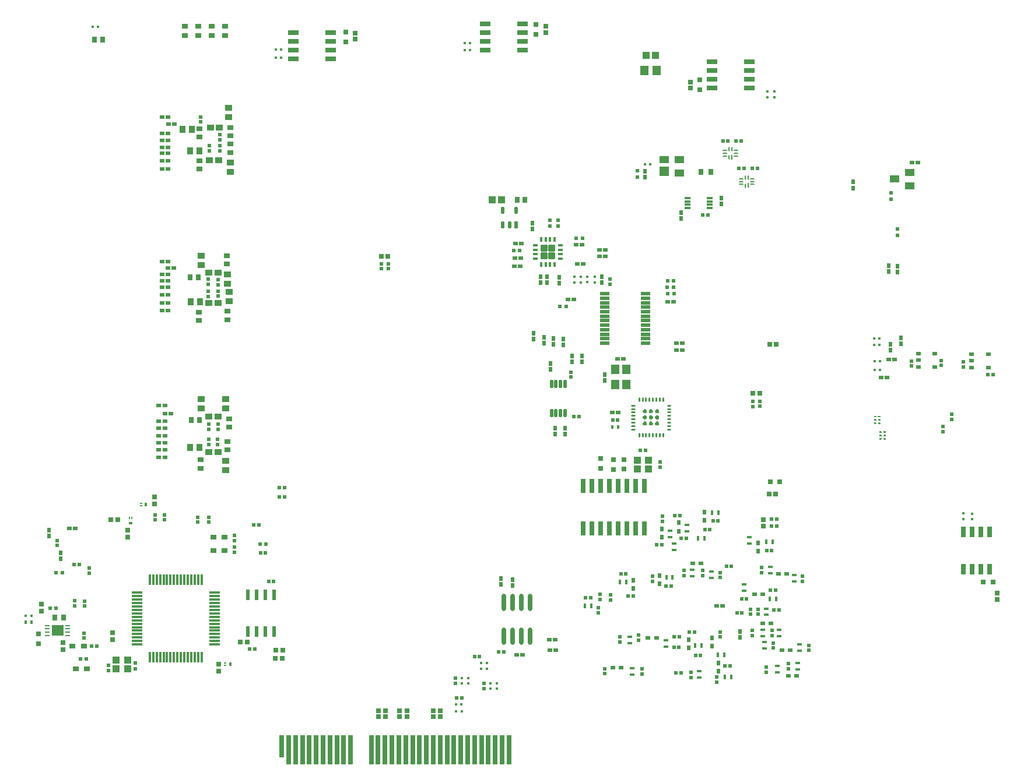
<source format=gbr>
G04*
G04 #@! TF.GenerationSoftware,Altium Limited,Altium Designer,23.7.1 (13)*
G04*
G04 Layer_Color=128*
%FSLAX25Y25*%
%MOIN*%
G70*
G04*
G04 #@! TF.SameCoordinates,27D51526-8311-448D-B6E4-34D2AC34C314*
G04*
G04*
G04 #@! TF.FilePolarity,Positive*
G04*
G01*
G75*
%ADD17R,0.02559X0.02362*%
%ADD21R,0.01772X0.01772*%
%ADD24R,0.01772X0.01772*%
%ADD25R,0.02123X0.01860*%
%ADD28R,0.02756X0.03543*%
%ADD29R,0.03740X0.02756*%
%ADD30R,0.02423X0.02254*%
%ADD31R,0.05512X0.05512*%
%ADD32R,0.05512X0.03937*%
%ADD33R,0.02362X0.02559*%
%ADD35R,0.01860X0.02123*%
%ADD36R,0.02756X0.02559*%
%ADD37R,0.02362X0.02657*%
%ADD38R,0.02016X0.02288*%
%ADD40R,0.02288X0.02016*%
%ADD41R,0.01772X0.02657*%
%ADD42R,0.02165X0.01968*%
%ADD44R,0.01968X0.02165*%
G04:AMPARAMS|DCode=50|XSize=7.87mil|YSize=23.62mil|CornerRadius=1.97mil|HoleSize=0mil|Usage=FLASHONLY|Rotation=90.000|XOffset=0mil|YOffset=0mil|HoleType=Round|Shape=RoundedRectangle|*
%AMROUNDEDRECTD50*
21,1,0.00787,0.01968,0,0,90.0*
21,1,0.00394,0.02362,0,0,90.0*
1,1,0.00394,0.00984,0.00197*
1,1,0.00394,0.00984,-0.00197*
1,1,0.00394,-0.00984,-0.00197*
1,1,0.00394,-0.00984,0.00197*
%
%ADD50ROUNDEDRECTD50*%
G04:AMPARAMS|DCode=51|XSize=7.87mil|YSize=23.62mil|CornerRadius=1.97mil|HoleSize=0mil|Usage=FLASHONLY|Rotation=180.000|XOffset=0mil|YOffset=0mil|HoleType=Round|Shape=RoundedRectangle|*
%AMROUNDEDRECTD51*
21,1,0.00787,0.01968,0,0,180.0*
21,1,0.00394,0.02362,0,0,180.0*
1,1,0.00394,-0.00197,0.00984*
1,1,0.00394,0.00197,0.00984*
1,1,0.00394,0.00197,-0.00984*
1,1,0.00394,-0.00197,-0.00984*
%
%ADD51ROUNDEDRECTD51*%
%ADD56R,0.02559X0.02559*%
%ADD57R,0.02559X0.02559*%
%ADD58R,0.02756X0.02953*%
%ADD82R,0.02204X0.02382*%
G04:AMPARAMS|DCode=86|XSize=7.87mil|YSize=27.56mil|CornerRadius=1.97mil|HoleSize=0mil|Usage=FLASHONLY|Rotation=180.000|XOffset=0mil|YOffset=0mil|HoleType=Round|Shape=RoundedRectangle|*
%AMROUNDEDRECTD86*
21,1,0.00787,0.02362,0,0,180.0*
21,1,0.00394,0.02756,0,0,180.0*
1,1,0.00394,-0.00197,0.01181*
1,1,0.00394,0.00197,0.01181*
1,1,0.00394,0.00197,-0.01181*
1,1,0.00394,-0.00197,-0.01181*
%
%ADD86ROUNDEDRECTD86*%
%ADD95R,0.02911X0.02648*%
%ADD101R,0.02756X0.02756*%
%ADD108R,0.02800X0.16500*%
%ADD109R,0.02800X0.12600*%
%ADD110R,0.04134X0.04331*%
%ADD119R,0.02029X0.01860*%
%ADD123R,0.02165X0.02165*%
%ADD265R,0.02657X0.01772*%
%ADD266R,0.02559X0.02756*%
%ADD267O,0.02756X0.09843*%
%ADD268R,0.02284X0.02126*%
%ADD269R,0.02657X0.02362*%
%ADD270R,0.02165X0.02165*%
%ADD274R,0.02600X0.08000*%
G04:AMPARAMS|DCode=275|XSize=17.72mil|YSize=55.12mil|CornerRadius=1.95mil|HoleSize=0mil|Usage=FLASHONLY|Rotation=90.000|XOffset=0mil|YOffset=0mil|HoleType=Round|Shape=RoundedRectangle|*
%AMROUNDEDRECTD275*
21,1,0.01772,0.05122,0,0,90.0*
21,1,0.01382,0.05512,0,0,90.0*
1,1,0.00390,0.02561,0.00691*
1,1,0.00390,0.02561,-0.00691*
1,1,0.00390,-0.02561,-0.00691*
1,1,0.00390,-0.02561,0.00691*
%
%ADD275ROUNDEDRECTD275*%
%ADD276R,0.01772X0.00787*%
%ADD277R,0.01772X0.02165*%
%ADD278R,0.06496X0.01181*%
%ADD279R,0.01181X0.06496*%
G04:AMPARAMS|DCode=280|XSize=17.72mil|YSize=45.28mil|CornerRadius=1.95mil|HoleSize=0mil|Usage=FLASHONLY|Rotation=0.000|XOffset=0mil|YOffset=0mil|HoleType=Round|Shape=RoundedRectangle|*
%AMROUNDEDRECTD280*
21,1,0.01772,0.04138,0,0,0.0*
21,1,0.01382,0.04528,0,0,0.0*
1,1,0.00390,0.00691,-0.02069*
1,1,0.00390,-0.00691,-0.02069*
1,1,0.00390,-0.00691,0.02069*
1,1,0.00390,0.00691,0.02069*
%
%ADD280ROUNDEDRECTD280*%
%ADD281R,0.03150X0.02165*%
%ADD282R,0.03937X0.03543*%
%ADD283R,0.02362X0.06102*%
%ADD284R,0.02165X0.01772*%
%ADD285R,0.00787X0.01772*%
%ADD286R,0.05512X0.03937*%
%ADD287R,0.01575X0.01968*%
%ADD288R,0.02985X0.03197*%
%ADD289R,0.01968X0.02008*%
%ADD290R,0.02047X0.02205*%
%ADD291R,0.04331X0.03937*%
%ADD292R,0.02756X0.00984*%
%ADD293R,0.06693X0.06299*%
%ADD294R,0.03543X0.02953*%
%ADD295R,0.03543X0.03937*%
%ADD296R,0.02953X0.03543*%
%ADD297R,0.03347X0.01181*%
%ADD298R,0.02254X0.02423*%
%ADD299R,0.02756X0.02756*%
%ADD300R,0.04355X0.03773*%
%ADD301R,0.02953X0.03347*%
G04:AMPARAMS|DCode=302|XSize=40.88mil|YSize=20.95mil|CornerRadius=10.48mil|HoleSize=0mil|Usage=FLASHONLY|Rotation=90.000|XOffset=0mil|YOffset=0mil|HoleType=Round|Shape=RoundedRectangle|*
%AMROUNDEDRECTD302*
21,1,0.04088,0.00000,0,0,90.0*
21,1,0.01993,0.02095,0,0,90.0*
1,1,0.02095,0.00000,0.00996*
1,1,0.02095,0.00000,-0.00996*
1,1,0.02095,0.00000,-0.00996*
1,1,0.02095,0.00000,0.00996*
%
%ADD302ROUNDEDRECTD302*%
%ADD303R,0.02095X0.04088*%
G04:AMPARAMS|DCode=305|XSize=11.81mil|YSize=29.53mil|CornerRadius=1.95mil|HoleSize=0mil|Usage=FLASHONLY|Rotation=180.000|XOffset=0mil|YOffset=0mil|HoleType=Round|Shape=RoundedRectangle|*
%AMROUNDEDRECTD305*
21,1,0.01181,0.02563,0,0,180.0*
21,1,0.00791,0.02953,0,0,180.0*
1,1,0.00390,-0.00396,0.01282*
1,1,0.00390,0.00396,0.01282*
1,1,0.00390,0.00396,-0.01282*
1,1,0.00390,-0.00396,-0.01282*
%
%ADD305ROUNDEDRECTD305*%
G04:AMPARAMS|DCode=306|XSize=11.81mil|YSize=29.53mil|CornerRadius=1.95mil|HoleSize=0mil|Usage=FLASHONLY|Rotation=90.000|XOffset=0mil|YOffset=0mil|HoleType=Round|Shape=RoundedRectangle|*
%AMROUNDEDRECTD306*
21,1,0.01181,0.02563,0,0,90.0*
21,1,0.00791,0.02953,0,0,90.0*
1,1,0.00390,0.01282,0.00396*
1,1,0.00390,0.01282,-0.00396*
1,1,0.00390,-0.01282,-0.00396*
1,1,0.00390,-0.01282,0.00396*
%
%ADD306ROUNDEDRECTD306*%
%ADD307R,0.03740X0.03150*%
%ADD310R,0.02681X0.02410*%
%ADD311R,0.02410X0.02681*%
%ADD312R,0.04724X0.05512*%
%ADD313R,0.02047X0.02047*%
%ADD314R,0.02047X0.02047*%
G04:AMPARAMS|DCode=315|XSize=61.02mil|YSize=23.62mil|CornerRadius=2.01mil|HoleSize=0mil|Usage=FLASHONLY|Rotation=270.000|XOffset=0mil|YOffset=0mil|HoleType=Round|Shape=RoundedRectangle|*
%AMROUNDEDRECTD315*
21,1,0.06102,0.01961,0,0,270.0*
21,1,0.05701,0.02362,0,0,270.0*
1,1,0.00402,-0.00980,-0.02850*
1,1,0.00402,-0.00980,0.02850*
1,1,0.00402,0.00980,0.02850*
1,1,0.00402,0.00980,-0.02850*
%
%ADD315ROUNDEDRECTD315*%
%ADD316R,0.02520X0.02677*%
G04:AMPARAMS|DCode=317|XSize=61.02mil|YSize=23.62mil|CornerRadius=2.01mil|HoleSize=0mil|Usage=FLASHONLY|Rotation=0.000|XOffset=0mil|YOffset=0mil|HoleType=Round|Shape=RoundedRectangle|*
%AMROUNDEDRECTD317*
21,1,0.06102,0.01961,0,0,0.0*
21,1,0.05701,0.02362,0,0,0.0*
1,1,0.00402,0.02850,-0.00980*
1,1,0.00402,-0.02850,-0.00980*
1,1,0.00402,-0.02850,0.00980*
1,1,0.00402,0.02850,0.00980*
%
%ADD317ROUNDEDRECTD317*%
%ADD318R,0.04528X0.05709*%
G04:AMPARAMS|DCode=348|XSize=36.97mil|YSize=36.97mil|CornerRadius=2.03mil|HoleSize=0mil|Usage=FLASHONLY|Rotation=180.000|XOffset=0mil|YOffset=0mil|HoleType=Round|Shape=RoundedRectangle|*
%AMROUNDEDRECTD348*
21,1,0.03697,0.03290,0,0,180.0*
21,1,0.03290,0.03697,0,0,180.0*
1,1,0.00407,-0.01645,0.01645*
1,1,0.00407,0.01645,0.01645*
1,1,0.00407,0.01645,-0.01645*
1,1,0.00407,-0.01645,-0.01645*
%
%ADD348ROUNDEDRECTD348*%
%ADD349C,0.00906*%
G36*
X366460Y-206560D02*
X366792Y-206893D01*
X366972Y-207327D01*
Y-207562D01*
Y-207797D01*
X366792Y-208231D01*
X366460Y-208563D01*
X366026Y-208743D01*
X365556D01*
X365122Y-208563D01*
X364790Y-208231D01*
X364610Y-207797D01*
Y-207562D01*
Y-207327D01*
X364790Y-206893D01*
X365122Y-206560D01*
X365556Y-206381D01*
X366026D01*
X366460Y-206560D01*
D02*
G37*
G36*
X362916D02*
X363249Y-206893D01*
X363428Y-207327D01*
Y-207562D01*
Y-207797D01*
X363249Y-208231D01*
X362916Y-208563D01*
X362482Y-208743D01*
X362013D01*
X361578Y-208563D01*
X361246Y-208231D01*
X361066Y-207797D01*
Y-207562D01*
Y-207327D01*
X361246Y-206893D01*
X361578Y-206560D01*
X362013Y-206381D01*
X362482D01*
X362916Y-206560D01*
D02*
G37*
G36*
X359373D02*
X359705Y-206893D01*
X359885Y-207327D01*
Y-207562D01*
Y-207797D01*
X359705Y-208231D01*
X359373Y-208563D01*
X358939Y-208743D01*
X358469D01*
X358035Y-208563D01*
X357703Y-208231D01*
X357523Y-207797D01*
Y-207562D01*
Y-207327D01*
X357703Y-206893D01*
X358035Y-206560D01*
X358469Y-206381D01*
X358939D01*
X359373Y-206560D01*
D02*
G37*
G36*
X493255Y-210225D02*
X493310Y-210280D01*
X493340Y-210352D01*
Y-210391D01*
Y-210785D01*
Y-210824D01*
X493310Y-210897D01*
X493255Y-210952D01*
X493183Y-210982D01*
X492120D01*
X492048Y-210952D01*
X491993Y-210897D01*
X491962Y-210824D01*
Y-210785D01*
Y-210391D01*
Y-210352D01*
X491993Y-210280D01*
X492048Y-210225D01*
X492120Y-210194D01*
X493183D01*
X493255Y-210225D01*
D02*
G37*
G36*
X490893D02*
X490948Y-210280D01*
X490978Y-210352D01*
Y-210391D01*
Y-210785D01*
Y-210824D01*
X490948Y-210897D01*
X490893Y-210952D01*
X490821Y-210982D01*
X489955D01*
X489883Y-210952D01*
X489827Y-210897D01*
X489797Y-210824D01*
Y-210785D01*
Y-210391D01*
Y-210352D01*
X489827Y-210280D01*
X489883Y-210225D01*
X489955Y-210194D01*
X490821D01*
X490893Y-210225D01*
D02*
G37*
G36*
X366460Y-210104D02*
X366792Y-210436D01*
X366972Y-210870D01*
Y-211105D01*
Y-211340D01*
X366792Y-211774D01*
X366460Y-212106D01*
X366026Y-212286D01*
X365556D01*
X365122Y-212106D01*
X364790Y-211774D01*
X364610Y-211340D01*
Y-211105D01*
Y-210870D01*
X364790Y-210436D01*
X365122Y-210104D01*
X365556Y-209924D01*
X366026D01*
X366460Y-210104D01*
D02*
G37*
G36*
X362916D02*
X363249Y-210436D01*
X363428Y-210870D01*
Y-211105D01*
Y-211340D01*
X363249Y-211774D01*
X362916Y-212106D01*
X362482Y-212286D01*
X362013D01*
X361578Y-212106D01*
X361246Y-211774D01*
X361066Y-211340D01*
Y-211105D01*
Y-210870D01*
X361246Y-210436D01*
X361578Y-210104D01*
X362013Y-209924D01*
X362482D01*
X362916Y-210104D01*
D02*
G37*
G36*
X359373D02*
X359705Y-210436D01*
X359885Y-210870D01*
Y-211105D01*
Y-211340D01*
X359705Y-211774D01*
X359373Y-212106D01*
X358939Y-212286D01*
X358469D01*
X358035Y-212106D01*
X357703Y-211774D01*
X357523Y-211340D01*
Y-211105D01*
Y-210870D01*
X357703Y-210436D01*
X358035Y-210104D01*
X358469Y-209924D01*
X358939D01*
X359373Y-210104D01*
D02*
G37*
G36*
X493255Y-212193D02*
X493310Y-212248D01*
X493340Y-212321D01*
Y-212360D01*
Y-212754D01*
Y-212793D01*
X493310Y-212865D01*
X493255Y-212920D01*
X493183Y-212950D01*
X492317D01*
X492245Y-212920D01*
X492189Y-212865D01*
X492159Y-212793D01*
Y-212754D01*
Y-212360D01*
Y-212321D01*
X492189Y-212248D01*
X492245Y-212193D01*
X492317Y-212163D01*
X493183D01*
X493255Y-212193D01*
D02*
G37*
G36*
X490893D02*
X490948Y-212248D01*
X490978Y-212321D01*
Y-212360D01*
Y-212754D01*
Y-212793D01*
X490948Y-212865D01*
X490893Y-212920D01*
X490821Y-212950D01*
X489955D01*
X489883Y-212920D01*
X489827Y-212865D01*
X489797Y-212793D01*
Y-212754D01*
Y-212360D01*
Y-212321D01*
X489827Y-212248D01*
X489883Y-212193D01*
X489955Y-212163D01*
X490821D01*
X490893Y-212193D01*
D02*
G37*
G36*
X493255Y-214161D02*
X493310Y-214217D01*
X493340Y-214289D01*
Y-214328D01*
Y-214722D01*
Y-214761D01*
X493310Y-214834D01*
X493255Y-214889D01*
X493183Y-214919D01*
X492317D01*
X492245Y-214889D01*
X492189Y-214834D01*
X492159Y-214761D01*
Y-214722D01*
Y-214328D01*
Y-214289D01*
X492189Y-214217D01*
X492245Y-214161D01*
X492317Y-214131D01*
X493183D01*
X493255Y-214161D01*
D02*
G37*
G36*
X490893D02*
X490948Y-214217D01*
X490978Y-214289D01*
Y-214328D01*
Y-214722D01*
Y-214761D01*
X490948Y-214834D01*
X490893Y-214889D01*
X490821Y-214919D01*
X489955D01*
X489883Y-214889D01*
X489827Y-214834D01*
X489797Y-214761D01*
Y-214722D01*
Y-214328D01*
Y-214289D01*
X489827Y-214217D01*
X489883Y-214161D01*
X489955Y-214131D01*
X490821D01*
X490893Y-214161D01*
D02*
G37*
G36*
X366460Y-213647D02*
X366792Y-213979D01*
X366972Y-214413D01*
Y-214648D01*
Y-214883D01*
X366792Y-215317D01*
X366460Y-215650D01*
X366026Y-215829D01*
X365556D01*
X365122Y-215650D01*
X364790Y-215317D01*
X364610Y-214883D01*
Y-214648D01*
Y-214413D01*
X364790Y-213979D01*
X365122Y-213647D01*
X365556Y-213467D01*
X366026D01*
X366460Y-213647D01*
D02*
G37*
G36*
X362916D02*
X363249Y-213979D01*
X363428Y-214413D01*
Y-214648D01*
Y-214883D01*
X363249Y-215317D01*
X362916Y-215650D01*
X362482Y-215829D01*
X362013D01*
X361578Y-215650D01*
X361246Y-215317D01*
X361066Y-214883D01*
Y-214648D01*
Y-214413D01*
X361246Y-213979D01*
X361578Y-213647D01*
X362013Y-213467D01*
X362482D01*
X362916Y-213647D01*
D02*
G37*
G36*
X359373D02*
X359705Y-213979D01*
X359885Y-214413D01*
Y-214648D01*
Y-214883D01*
X359705Y-215317D01*
X359373Y-215650D01*
X358939Y-215829D01*
X358469D01*
X358035Y-215650D01*
X357703Y-215317D01*
X357523Y-214883D01*
Y-214648D01*
Y-214413D01*
X357703Y-213979D01*
X358035Y-213647D01*
X358469Y-213467D01*
X358939D01*
X359373Y-213647D01*
D02*
G37*
G36*
X496328Y-219178D02*
X496383Y-219234D01*
X496413Y-219306D01*
Y-219345D01*
Y-219739D01*
Y-219778D01*
X496383Y-219850D01*
X496328Y-219906D01*
X496255Y-219936D01*
X495193D01*
X495120Y-219906D01*
X495065Y-219850D01*
X495035Y-219778D01*
Y-219739D01*
Y-219345D01*
Y-219306D01*
X495065Y-219234D01*
X495120Y-219178D01*
X495193Y-219148D01*
X496255D01*
X496328Y-219178D01*
D02*
G37*
G36*
X493965D02*
X494021Y-219234D01*
X494051Y-219306D01*
Y-219345D01*
Y-219739D01*
Y-219778D01*
X494021Y-219850D01*
X493965Y-219906D01*
X493893Y-219936D01*
X493027D01*
X492955Y-219906D01*
X492900Y-219850D01*
X492870Y-219778D01*
Y-219739D01*
Y-219345D01*
Y-219306D01*
X492900Y-219234D01*
X492955Y-219178D01*
X493027Y-219148D01*
X493893D01*
X493965Y-219178D01*
D02*
G37*
G36*
X496328Y-221147D02*
X496383Y-221202D01*
X496413Y-221274D01*
Y-221314D01*
Y-221707D01*
Y-221746D01*
X496383Y-221819D01*
X496328Y-221874D01*
X496255Y-221904D01*
X495390D01*
X495317Y-221874D01*
X495262Y-221819D01*
X495232Y-221746D01*
Y-221707D01*
Y-221314D01*
Y-221274D01*
X495262Y-221202D01*
X495317Y-221147D01*
X495390Y-221117D01*
X496255D01*
X496328Y-221147D01*
D02*
G37*
G36*
X493965D02*
X494021Y-221202D01*
X494051Y-221274D01*
Y-221314D01*
Y-221707D01*
Y-221746D01*
X494021Y-221819D01*
X493965Y-221874D01*
X493893Y-221904D01*
X493027D01*
X492955Y-221874D01*
X492900Y-221819D01*
X492870Y-221746D01*
Y-221707D01*
Y-221314D01*
Y-221274D01*
X492900Y-221202D01*
X492955Y-221147D01*
X493027Y-221117D01*
X493893D01*
X493965Y-221147D01*
D02*
G37*
G36*
X496328Y-223115D02*
X496383Y-223171D01*
X496413Y-223243D01*
Y-223282D01*
Y-223676D01*
Y-223715D01*
X496383Y-223787D01*
X496328Y-223843D01*
X496255Y-223873D01*
X495390D01*
X495317Y-223843D01*
X495262Y-223787D01*
X495232Y-223715D01*
Y-223676D01*
Y-223282D01*
Y-223243D01*
X495262Y-223171D01*
X495317Y-223115D01*
X495390Y-223085D01*
X496255D01*
X496328Y-223115D01*
D02*
G37*
G36*
X493965D02*
X494021Y-223171D01*
X494051Y-223243D01*
Y-223282D01*
Y-223676D01*
Y-223715D01*
X494021Y-223787D01*
X493965Y-223843D01*
X493893Y-223873D01*
X493027D01*
X492955Y-223843D01*
X492900Y-223787D01*
X492870Y-223715D01*
Y-223676D01*
Y-223282D01*
Y-223243D01*
X492900Y-223171D01*
X492955Y-223115D01*
X493027Y-223085D01*
X493893D01*
X493965Y-223115D01*
D02*
G37*
D17*
X399939Y-319114D02*
D03*
X403285D02*
D03*
X304391Y-344299D02*
D03*
X307737D02*
D03*
X303997Y-338372D02*
D03*
X307343D02*
D03*
X288966Y-347036D02*
D03*
X285619D02*
D03*
X318302Y-143744D02*
D03*
X314956D02*
D03*
X371883Y-145076D02*
D03*
X375229D02*
D03*
X376713Y-168763D02*
D03*
X380060D02*
D03*
X376713Y-172725D02*
D03*
X380060D02*
D03*
X498253Y-178066D02*
D03*
X501599D02*
D03*
X493655Y-188218D02*
D03*
X497001D02*
D03*
X86003Y-136757D02*
D03*
X82657D02*
D03*
X80964Y-225723D02*
D03*
X84311D02*
D03*
X511412Y-65285D02*
D03*
X514759D02*
D03*
X29824Y-274659D02*
D03*
X33170D02*
D03*
X82657Y-129202D02*
D03*
X86003D02*
D03*
X82657Y-121927D02*
D03*
X86003D02*
D03*
X86212Y-125519D02*
D03*
X89559D02*
D03*
X82657Y-145634D02*
D03*
X86003D02*
D03*
X82657Y-150133D02*
D03*
X86003D02*
D03*
Y-140857D02*
D03*
X82657D02*
D03*
Y-133134D02*
D03*
X86003D02*
D03*
X84311Y-217514D02*
D03*
X80964D02*
D03*
X84311Y-204503D02*
D03*
X80964D02*
D03*
X84311Y-229794D02*
D03*
X80964D02*
D03*
X84311Y-233970D02*
D03*
X80964D02*
D03*
X84502Y-209039D02*
D03*
X87849D02*
D03*
X84311Y-213416D02*
D03*
X80964D02*
D03*
X84311Y-221638D02*
D03*
X80964D02*
D03*
X82775Y-68927D02*
D03*
X86122D02*
D03*
X82775Y-56722D02*
D03*
X86122D02*
D03*
X89743Y-43327D02*
D03*
X86397D02*
D03*
X82775Y-64451D02*
D03*
X86122D02*
D03*
X86122Y-60088D02*
D03*
X82776D02*
D03*
X82775Y-39508D02*
D03*
X86122D02*
D03*
X82776Y-52734D02*
D03*
X86122D02*
D03*
Y-48559D02*
D03*
X82776D02*
D03*
X284113Y-124801D02*
D03*
X287460D02*
D03*
X284507Y-120007D02*
D03*
X287854D02*
D03*
X323444Y-123420D02*
D03*
X320098D02*
D03*
X336295Y-115256D02*
D03*
X332948D02*
D03*
X336295Y-119079D02*
D03*
X332948D02*
D03*
X284901Y-111806D02*
D03*
X288247D02*
D03*
X322925Y-112402D02*
D03*
X319579D02*
D03*
X343447Y-208380D02*
D03*
X340100D02*
D03*
D21*
X250855Y-379480D02*
D03*
X254004D02*
D03*
X250814Y-375323D02*
D03*
X253963D02*
D03*
X361915Y-66369D02*
D03*
X358766D02*
D03*
X489994Y-183950D02*
D03*
X493144D02*
D03*
X490122Y-179079D02*
D03*
X493272D02*
D03*
X489809Y-169626D02*
D03*
X492959D02*
D03*
X489752Y-166173D02*
D03*
X492902D02*
D03*
X8113Y-324758D02*
D03*
X4963D02*
D03*
X46270Y12267D02*
D03*
X43121D02*
D03*
X255706Y-1115D02*
D03*
X258856D02*
D03*
X255706Y3007D02*
D03*
X258856D02*
D03*
X150898Y-673D02*
D03*
X147749D02*
D03*
Y-5185D02*
D03*
X150898D02*
D03*
D24*
X274048Y-366340D02*
D03*
Y-363190D02*
D03*
X257923Y-363494D02*
D03*
Y-360344D02*
D03*
X268610Y-354865D02*
D03*
Y-351716D02*
D03*
X270478Y-366340D02*
D03*
Y-363190D02*
D03*
X254258Y-363485D02*
D03*
Y-360336D02*
D03*
X265245Y-354964D02*
D03*
Y-351814D02*
D03*
X329999Y-133985D02*
D03*
Y-130835D02*
D03*
X318466Y-133858D02*
D03*
Y-130709D02*
D03*
X325911Y-133827D02*
D03*
Y-130677D02*
D03*
X322165Y-133985D02*
D03*
Y-130835D02*
D03*
X545882Y-269390D02*
D03*
Y-266241D02*
D03*
X540882Y-266079D02*
D03*
Y-269229D02*
D03*
X432763Y-27946D02*
D03*
Y-24797D02*
D03*
X428885Y-27946D02*
D03*
Y-24797D02*
D03*
D25*
X434045Y-273385D02*
D03*
X431159D02*
D03*
X434019Y-269416D02*
D03*
X431133D02*
D03*
X141915Y-288847D02*
D03*
X139028D02*
D03*
D28*
X396358Y-70844D02*
D03*
X390846D02*
D03*
D29*
X111991Y-287291D02*
D03*
X118487D02*
D03*
Y-279631D02*
D03*
X111991D02*
D03*
X38032Y-342159D02*
D03*
X31536D02*
D03*
X39863Y-354991D02*
D03*
X33367D02*
D03*
D30*
X18906Y-320440D02*
D03*
X22281D02*
D03*
X39369Y-349357D02*
D03*
X35995D02*
D03*
D31*
X369882Y-70498D02*
D03*
D32*
Y-63805D02*
D03*
X378543D02*
D03*
Y-71285D02*
D03*
D33*
X413236Y-333746D02*
D03*
Y-337092D02*
D03*
X276622Y-303248D02*
D03*
Y-306594D02*
D03*
X283000Y-307327D02*
D03*
Y-303980D02*
D03*
X358766Y-73628D02*
D03*
Y-70281D02*
D03*
X295187Y-163131D02*
D03*
Y-166478D02*
D03*
X301230Y-165297D02*
D03*
Y-168643D02*
D03*
X306563Y-166084D02*
D03*
Y-169431D02*
D03*
X334228Y-134083D02*
D03*
Y-130737D02*
D03*
X307492Y-220530D02*
D03*
Y-217184D02*
D03*
X313093Y-220530D02*
D03*
Y-217184D02*
D03*
X304933Y-183765D02*
D03*
Y-180418D02*
D03*
X322837Y-175875D02*
D03*
Y-179222D02*
D03*
X316984Y-175875D02*
D03*
Y-179222D02*
D03*
X312174Y-166272D02*
D03*
Y-169618D02*
D03*
X505158Y-165677D02*
D03*
Y-169024D02*
D03*
X498983Y-169403D02*
D03*
Y-172749D02*
D03*
X477662Y-79858D02*
D03*
Y-76512D02*
D03*
X18069Y-275732D02*
D03*
Y-279078D02*
D03*
X24903Y-291989D02*
D03*
Y-288642D02*
D03*
X379331Y-94094D02*
D03*
Y-97441D02*
D03*
X402461Y-89164D02*
D03*
Y-85818D02*
D03*
X302944Y-133957D02*
D03*
Y-130610D02*
D03*
X299023Y-133957D02*
D03*
Y-130610D02*
D03*
X309715Y-134350D02*
D03*
Y-131004D02*
D03*
X294385Y-100098D02*
D03*
Y-103445D02*
D03*
X498220Y-127771D02*
D03*
Y-124425D02*
D03*
X503177Y-127876D02*
D03*
Y-124530D02*
D03*
D35*
X208202Y-126096D02*
D03*
Y-123209D02*
D03*
X212064Y-126166D02*
D03*
Y-123280D02*
D03*
X424631Y-204759D02*
D03*
Y-201873D02*
D03*
X420506Y-204857D02*
D03*
Y-201971D02*
D03*
X32836Y-316162D02*
D03*
Y-319048D02*
D03*
X38386Y-319146D02*
D03*
Y-316260D02*
D03*
D36*
X208116Y-119133D02*
D03*
X211856D02*
D03*
X424325Y-197226D02*
D03*
X420585D02*
D03*
D37*
X400707Y-356266D02*
D03*
Y-351542D02*
D03*
X392807Y-270158D02*
D03*
Y-265434D02*
D03*
X423538Y-287720D02*
D03*
Y-282996D02*
D03*
X383821Y-343142D02*
D03*
Y-338418D02*
D03*
X377993Y-276207D02*
D03*
Y-271483D02*
D03*
X397131Y-342154D02*
D03*
Y-337430D02*
D03*
X367169Y-301526D02*
D03*
Y-306250D02*
D03*
X352169Y-304325D02*
D03*
Y-309049D02*
D03*
X368547Y-279636D02*
D03*
Y-274912D02*
D03*
D38*
X401889Y-299924D02*
D03*
Y-302802D02*
D03*
X339051Y-315700D02*
D03*
Y-312822D02*
D03*
X333010Y-315349D02*
D03*
Y-312471D02*
D03*
X344356Y-339618D02*
D03*
Y-336740D02*
D03*
X368747Y-270690D02*
D03*
Y-267812D02*
D03*
X363035Y-302107D02*
D03*
Y-304985D02*
D03*
X391718Y-298773D02*
D03*
Y-301651D02*
D03*
X381165Y-298773D02*
D03*
Y-301651D02*
D03*
X425604Y-299909D02*
D03*
Y-297031D02*
D03*
X448823Y-302165D02*
D03*
Y-305043D02*
D03*
X419198Y-320856D02*
D03*
Y-323735D02*
D03*
X423336Y-320919D02*
D03*
Y-323798D02*
D03*
X420158Y-333016D02*
D03*
Y-335894D02*
D03*
X431311Y-333016D02*
D03*
Y-335894D02*
D03*
X432074Y-343153D02*
D03*
Y-340274D02*
D03*
X452498Y-344438D02*
D03*
Y-341560D02*
D03*
X428149Y-356853D02*
D03*
Y-353974D02*
D03*
X440969Y-355032D02*
D03*
Y-352153D02*
D03*
X399669Y-359639D02*
D03*
Y-362517D02*
D03*
X385002Y-356992D02*
D03*
Y-359871D02*
D03*
X401716Y-336829D02*
D03*
Y-333951D02*
D03*
X355251Y-338672D02*
D03*
Y-335793D02*
D03*
X335938Y-354876D02*
D03*
Y-357754D02*
D03*
X357074Y-355171D02*
D03*
Y-358050D02*
D03*
X316629Y-185271D02*
D03*
Y-188149D02*
D03*
X338900Y-132012D02*
D03*
Y-134890D02*
D03*
X528165Y-178610D02*
D03*
Y-181488D02*
D03*
X540882Y-179391D02*
D03*
Y-182269D02*
D03*
X511094Y-178905D02*
D03*
Y-181783D02*
D03*
X41065Y-297396D02*
D03*
Y-300274D02*
D03*
X22748Y-284510D02*
D03*
Y-281632D02*
D03*
X109510Y-268246D02*
D03*
Y-271124D02*
D03*
X103211Y-268246D02*
D03*
Y-271124D02*
D03*
X84033Y-266868D02*
D03*
Y-269746D02*
D03*
X78718Y-266868D02*
D03*
Y-269746D02*
D03*
X38158Y-334583D02*
D03*
Y-337461D02*
D03*
X109524Y-226606D02*
D03*
Y-223728D02*
D03*
X109547Y-215100D02*
D03*
Y-217978D02*
D03*
X114469Y-226606D02*
D03*
Y-223728D02*
D03*
X114848Y-215100D02*
D03*
Y-217978D02*
D03*
X115945Y-58632D02*
D03*
Y-55754D02*
D03*
Y-49398D02*
D03*
Y-52276D02*
D03*
X114670Y-132394D02*
D03*
Y-135273D02*
D03*
X114848Y-141781D02*
D03*
Y-138903D02*
D03*
X109040Y-132134D02*
D03*
Y-135012D02*
D03*
Y-141902D02*
D03*
Y-139024D02*
D03*
X104834Y-39182D02*
D03*
Y-42060D02*
D03*
X109827Y-58632D02*
D03*
Y-55754D02*
D03*
X534252Y-212260D02*
D03*
Y-209382D02*
D03*
X529173Y-219315D02*
D03*
Y-216437D02*
D03*
D40*
X327726Y-314261D02*
D03*
X324848D02*
D03*
X278061Y-345307D02*
D03*
X275183D02*
D03*
X347927Y-300752D02*
D03*
X345049D02*
D03*
X352125Y-313248D02*
D03*
X349247D02*
D03*
X368321Y-283981D02*
D03*
X365443D02*
D03*
X370896Y-307656D02*
D03*
X373775D02*
D03*
X382454Y-280340D02*
D03*
X379576D02*
D03*
X378701Y-267264D02*
D03*
X375823D02*
D03*
X392985Y-275324D02*
D03*
X395864D02*
D03*
X397682Y-270454D02*
D03*
X400560D02*
D03*
X408211Y-296223D02*
D03*
X405333D02*
D03*
X428427Y-287222D02*
D03*
X431306D02*
D03*
X416959Y-314918D02*
D03*
X414081D02*
D03*
X430439Y-310000D02*
D03*
X433317D02*
D03*
X414193Y-323079D02*
D03*
X411315D02*
D03*
X404529Y-353241D02*
D03*
X407407D02*
D03*
X387739Y-347319D02*
D03*
X390618D02*
D03*
X384252Y-334147D02*
D03*
X387130D02*
D03*
X375527Y-336756D02*
D03*
X378406D02*
D03*
X375395Y-342722D02*
D03*
X378274D02*
D03*
X321018Y-210585D02*
D03*
X318140D02*
D03*
X146593Y-304870D02*
D03*
X143715D02*
D03*
X557833Y-186806D02*
D03*
X554955D02*
D03*
X35331Y-295474D02*
D03*
X32453D02*
D03*
X135153Y-272729D02*
D03*
X138031D02*
D03*
X149876Y-251301D02*
D03*
X152754D02*
D03*
X149876Y-256615D02*
D03*
X152754D02*
D03*
X406262Y-53007D02*
D03*
X403384D02*
D03*
X410962D02*
D03*
X413841D02*
D03*
X420209Y-68583D02*
D03*
X423087D02*
D03*
X415308D02*
D03*
X412430D02*
D03*
X394772Y-95374D02*
D03*
X391893D02*
D03*
X343213Y-212680D02*
D03*
X340335D02*
D03*
D41*
X328165Y-319044D02*
D03*
X324523D02*
D03*
X348165Y-305187D02*
D03*
X344523D02*
D03*
X370978Y-302524D02*
D03*
X374620D02*
D03*
X392870Y-280198D02*
D03*
X389228D02*
D03*
X397300Y-265717D02*
D03*
X400942D02*
D03*
X428187Y-282426D02*
D03*
X431828D02*
D03*
X430254Y-315019D02*
D03*
X433895D02*
D03*
X404443Y-359750D02*
D03*
X408084D02*
D03*
X400555Y-347080D02*
D03*
X404196D02*
D03*
X387407Y-341828D02*
D03*
X391049D02*
D03*
D42*
X264294Y-348020D02*
D03*
X261341D02*
D03*
X254259Y-371516D02*
D03*
X251306D02*
D03*
X432509Y-321227D02*
D03*
X435462D02*
D03*
X135728Y-343537D02*
D03*
X132776D02*
D03*
D44*
X266660Y-363288D02*
D03*
Y-366241D02*
D03*
X250590Y-360434D02*
D03*
Y-363387D02*
D03*
X332025Y-320127D02*
D03*
Y-323079D02*
D03*
D50*
X420079Y-77792D02*
D03*
Y-76217D02*
D03*
Y-74642D02*
D03*
X413779Y-77792D02*
D03*
Y-76217D02*
D03*
Y-74642D02*
D03*
X410859Y-61628D02*
D03*
Y-60053D02*
D03*
Y-58478D02*
D03*
X404560Y-61628D02*
D03*
Y-60053D02*
D03*
Y-58478D02*
D03*
D51*
X417717Y-73855D02*
D03*
X416142Y-78579D02*
D03*
Y-73855D02*
D03*
X408497Y-57691D02*
D03*
X406922Y-62415D02*
D03*
Y-57691D02*
D03*
D56*
X115238Y-356249D02*
D03*
Y-352312D02*
D03*
X78325Y-256813D02*
D03*
Y-260750D02*
D03*
X63187Y-279767D02*
D03*
Y-275830D02*
D03*
X26084Y-343947D02*
D03*
Y-340010D02*
D03*
X13704Y-317933D02*
D03*
Y-321870D02*
D03*
D57*
X53622Y-269685D02*
D03*
X57559D02*
D03*
X131481Y-339787D02*
D03*
X127544D02*
D03*
X147813Y-344260D02*
D03*
X151750D02*
D03*
X151498Y-348952D02*
D03*
X147561D02*
D03*
D58*
X54478Y-334467D02*
D03*
Y-338208D02*
D03*
D82*
X124092Y-285349D02*
D03*
Y-288321D02*
D03*
Y-281527D02*
D03*
Y-278556D02*
D03*
D86*
X417717Y-78382D02*
D03*
X408497Y-62218D02*
D03*
D95*
X433665Y-169315D02*
D03*
X429991D02*
D03*
X433530Y-254897D02*
D03*
X429856D02*
D03*
D101*
X12277Y-340634D02*
D03*
Y-335122D02*
D03*
X333465Y-234834D02*
D03*
Y-240346D02*
D03*
X346695Y-240838D02*
D03*
Y-235326D02*
D03*
X340825Y-240897D02*
D03*
Y-235385D02*
D03*
X296556Y13637D02*
D03*
Y8125D02*
D03*
X187959Y9314D02*
D03*
Y3802D02*
D03*
X390190Y-18016D02*
D03*
Y-23528D02*
D03*
D108*
X162992Y-401427D02*
D03*
X225984D02*
D03*
X233858D02*
D03*
X261417D02*
D03*
X277165D02*
D03*
X245669D02*
D03*
X265354D02*
D03*
X249606D02*
D03*
X202362D02*
D03*
X214173D02*
D03*
X229921D02*
D03*
X178740D02*
D03*
X174803D02*
D03*
X170866D02*
D03*
X166929D02*
D03*
X190551D02*
D03*
X206299D02*
D03*
X210236D02*
D03*
X218110D02*
D03*
X222047D02*
D03*
X253543D02*
D03*
X237795D02*
D03*
X257480D02*
D03*
X269291D02*
D03*
X273228D02*
D03*
X241732D02*
D03*
X182677D02*
D03*
X186614D02*
D03*
X155118D02*
D03*
X159055D02*
D03*
X281102D02*
D03*
D109*
X151181Y-399477D02*
D03*
D110*
X276832Y-86846D02*
D03*
X271320D02*
D03*
X364939Y-3936D02*
D03*
X359427D02*
D03*
D119*
X45310Y-342159D02*
D03*
X42329D02*
D03*
D123*
X310300Y-147748D02*
D03*
X313843D02*
D03*
X375086Y-136806D02*
D03*
X371543D02*
D03*
X375286Y-133099D02*
D03*
X371743D02*
D03*
X375418Y-140494D02*
D03*
X371875D02*
D03*
X22155Y-299918D02*
D03*
X25699D02*
D03*
X319480Y-108605D02*
D03*
X323024D02*
D03*
X287263Y-115556D02*
D03*
X283720D02*
D03*
D265*
X396647Y-299374D02*
D03*
Y-303016D02*
D03*
X350133Y-340193D02*
D03*
Y-336551D02*
D03*
X373050Y-279566D02*
D03*
Y-275924D02*
D03*
X382787Y-276388D02*
D03*
Y-272747D02*
D03*
X385671Y-298265D02*
D03*
Y-301907D02*
D03*
X418559Y-283415D02*
D03*
Y-279774D02*
D03*
X430500Y-300291D02*
D03*
Y-296649D02*
D03*
X444295Y-301444D02*
D03*
Y-305086D02*
D03*
X415520Y-310246D02*
D03*
Y-306604D02*
D03*
X428098Y-320538D02*
D03*
Y-324179D02*
D03*
X426003Y-332634D02*
D03*
Y-336276D02*
D03*
X435564Y-332669D02*
D03*
Y-336311D02*
D03*
X427141Y-343381D02*
D03*
Y-339739D02*
D03*
X447209Y-344542D02*
D03*
Y-340901D02*
D03*
X434536Y-357005D02*
D03*
Y-353364D02*
D03*
X446067Y-355413D02*
D03*
Y-351772D02*
D03*
X389825Y-356315D02*
D03*
Y-359957D02*
D03*
X370957Y-342237D02*
D03*
Y-338595D02*
D03*
X351462Y-354790D02*
D03*
Y-358431D02*
D03*
X375395Y-286995D02*
D03*
Y-283354D02*
D03*
D266*
X426392Y-273307D02*
D03*
Y-269567D02*
D03*
D267*
X293000Y-336344D02*
D03*
X288000D02*
D03*
X283000D02*
D03*
X278000D02*
D03*
X293000Y-317053D02*
D03*
X288000D02*
D03*
X283000D02*
D03*
X278000D02*
D03*
D268*
X379400Y-357390D02*
D03*
X376329D02*
D03*
D269*
X426181Y-328983D02*
D03*
X430905D02*
D03*
X437213Y-344417D02*
D03*
X441938D02*
D03*
X440776Y-358926D02*
D03*
X445500D02*
D03*
X435206Y-300596D02*
D03*
X439930D02*
D03*
X421341Y-312492D02*
D03*
X426065D02*
D03*
X386047Y-294810D02*
D03*
X390771D02*
D03*
X345274Y-354472D02*
D03*
X340550D02*
D03*
X365314Y-337359D02*
D03*
X360590D02*
D03*
D270*
X354545Y-73575D02*
D03*
Y-70031D02*
D03*
X499574Y-86213D02*
D03*
Y-82670D02*
D03*
X309202Y-101772D02*
D03*
Y-98228D02*
D03*
X304537D02*
D03*
Y-101772D02*
D03*
D274*
X358325Y-274568D02*
D03*
X353325D02*
D03*
X348325D02*
D03*
X343325D02*
D03*
X338325D02*
D03*
X333325D02*
D03*
X328325D02*
D03*
X323325D02*
D03*
X358325Y-250367D02*
D03*
X353325D02*
D03*
X348325D02*
D03*
X343325D02*
D03*
X338325D02*
D03*
X333325D02*
D03*
X328325D02*
D03*
X323325D02*
D03*
D275*
X335756Y-168643D02*
D03*
Y-166084D02*
D03*
Y-163525D02*
D03*
Y-160966D02*
D03*
Y-158407D02*
D03*
Y-155848D02*
D03*
Y-153289D02*
D03*
Y-150730D02*
D03*
Y-148171D02*
D03*
Y-145612D02*
D03*
Y-143053D02*
D03*
Y-140494D02*
D03*
X358984Y-168643D02*
D03*
Y-166084D02*
D03*
Y-163525D02*
D03*
Y-160966D02*
D03*
Y-158407D02*
D03*
Y-155848D02*
D03*
Y-153289D02*
D03*
Y-150730D02*
D03*
Y-148171D02*
D03*
Y-145612D02*
D03*
Y-143053D02*
D03*
Y-140494D02*
D03*
D276*
X70647Y-260455D02*
D03*
Y-261833D02*
D03*
X118865Y-353085D02*
D03*
Y-351708D02*
D03*
D277*
X73600Y-261144D02*
D03*
X121818Y-352397D02*
D03*
D278*
X112795Y-341030D02*
D03*
Y-339061D02*
D03*
Y-337093D02*
D03*
Y-335124D02*
D03*
Y-333156D02*
D03*
Y-331187D02*
D03*
Y-329219D02*
D03*
Y-327250D02*
D03*
Y-325282D02*
D03*
Y-323313D02*
D03*
Y-321345D02*
D03*
Y-319376D02*
D03*
Y-317408D02*
D03*
Y-315439D02*
D03*
Y-313471D02*
D03*
Y-311502D02*
D03*
X68307Y-341030D02*
D03*
Y-339061D02*
D03*
Y-337093D02*
D03*
Y-335124D02*
D03*
Y-333156D02*
D03*
Y-331187D02*
D03*
Y-329219D02*
D03*
Y-327250D02*
D03*
Y-325282D02*
D03*
Y-323313D02*
D03*
Y-321345D02*
D03*
Y-319376D02*
D03*
Y-317408D02*
D03*
Y-315439D02*
D03*
Y-313471D02*
D03*
Y-311502D02*
D03*
D279*
X105315Y-348510D02*
D03*
Y-304022D02*
D03*
X103346Y-348510D02*
D03*
Y-304022D02*
D03*
X101378Y-348510D02*
D03*
Y-304022D02*
D03*
X99409Y-348510D02*
D03*
Y-304022D02*
D03*
X97441Y-348510D02*
D03*
Y-304022D02*
D03*
X95472Y-348510D02*
D03*
Y-304022D02*
D03*
X93504Y-348510D02*
D03*
Y-304022D02*
D03*
X91535Y-348510D02*
D03*
Y-304022D02*
D03*
X89567Y-348510D02*
D03*
Y-304022D02*
D03*
X87598Y-348510D02*
D03*
Y-304022D02*
D03*
X85630Y-348510D02*
D03*
Y-304022D02*
D03*
X83661Y-348510D02*
D03*
Y-304022D02*
D03*
X81693Y-348510D02*
D03*
Y-304022D02*
D03*
X79724Y-348510D02*
D03*
Y-304022D02*
D03*
X77756Y-348510D02*
D03*
Y-304022D02*
D03*
X75787Y-348510D02*
D03*
Y-304022D02*
D03*
D280*
X313041Y-208748D02*
D03*
X310482D02*
D03*
X307923D02*
D03*
X305363D02*
D03*
X313041Y-192016D02*
D03*
X310482D02*
D03*
X307923D02*
D03*
X305363D02*
D03*
D281*
X545630Y-182550D02*
D03*
Y-178810D02*
D03*
Y-175070D02*
D03*
X555079D02*
D03*
Y-182550D02*
D03*
X515042Y-182240D02*
D03*
Y-178499D02*
D03*
Y-174759D02*
D03*
X524491D02*
D03*
Y-182240D02*
D03*
D282*
X119040Y-236071D02*
D03*
Y-241386D02*
D03*
X105097Y-200664D02*
D03*
Y-205979D02*
D03*
X119040D02*
D03*
Y-200664D02*
D03*
X121796Y-70716D02*
D03*
Y-65401D02*
D03*
X120949Y-39400D02*
D03*
Y-34085D02*
D03*
X120162Y-134699D02*
D03*
Y-129384D02*
D03*
X121008Y-139380D02*
D03*
Y-144695D02*
D03*
X105097Y-118676D02*
D03*
Y-123991D02*
D03*
D283*
X131870Y-312551D02*
D03*
X146870D02*
D03*
X136870D02*
D03*
X141870D02*
D03*
X131870Y-333811D02*
D03*
X146870D02*
D03*
X136870D02*
D03*
X141870D02*
D03*
D284*
X64855Y-271555D02*
D03*
D285*
X64166Y-268602D02*
D03*
X65544D02*
D03*
D286*
X510046Y-71063D02*
D03*
Y-78543D02*
D03*
X501385Y-74803D02*
D03*
D287*
X8113Y-328424D02*
D03*
X4963D02*
D03*
X343349Y-216806D02*
D03*
X340199D02*
D03*
D288*
X26396Y-325656D02*
D03*
X21459D02*
D03*
D289*
X142185Y-283671D02*
D03*
X138642D02*
D03*
D290*
X52137Y-352856D02*
D03*
Y-355927D02*
D03*
X67323Y-351798D02*
D03*
Y-354869D02*
D03*
D291*
X63127Y-354857D02*
D03*
X56631D02*
D03*
Y-349936D02*
D03*
X63127D02*
D03*
X360830Y-235621D02*
D03*
X354334D02*
D03*
Y-240543D02*
D03*
X360830D02*
D03*
D292*
X17282Y-334140D02*
D03*
Y-336109D02*
D03*
Y-330203D02*
D03*
Y-332172D02*
D03*
X28699Y-334140D02*
D03*
Y-336109D02*
D03*
Y-330203D02*
D03*
Y-332172D02*
D03*
D293*
X22991Y-333156D02*
D03*
D294*
X104144Y-50837D02*
D03*
Y-46112D02*
D03*
X104922Y-235480D02*
D03*
Y-240205D02*
D03*
X121008Y-216840D02*
D03*
Y-212115D02*
D03*
X120162Y-229660D02*
D03*
Y-224936D02*
D03*
X120008Y-150480D02*
D03*
Y-155204D02*
D03*
X121796Y-59555D02*
D03*
Y-54831D02*
D03*
X119859Y-123346D02*
D03*
Y-118622D02*
D03*
X121796Y-45226D02*
D03*
Y-49951D02*
D03*
X103703Y-151034D02*
D03*
Y-155759D02*
D03*
X104113Y-64402D02*
D03*
Y-69126D02*
D03*
D295*
X98918Y-228454D02*
D03*
X104233D02*
D03*
X99274Y-145035D02*
D03*
X104589D02*
D03*
X99836Y-46409D02*
D03*
X94521D02*
D03*
X98829Y-58588D02*
D03*
X104144D02*
D03*
D296*
X104293Y-212842D02*
D03*
X99569D02*
D03*
X44105Y4885D02*
D03*
X48829D02*
D03*
X103408Y-131014D02*
D03*
X98683D02*
D03*
D297*
X383268Y-91472D02*
D03*
Y-89504D02*
D03*
Y-87535D02*
D03*
Y-85567D02*
D03*
X395669D02*
D03*
Y-87535D02*
D03*
Y-89504D02*
D03*
Y-91472D02*
D03*
D298*
X502986Y-103477D02*
D03*
Y-106851D02*
D03*
D299*
X435827Y-248038D02*
D03*
X430315D02*
D03*
X557658Y-305481D02*
D03*
X552146D02*
D03*
D300*
X114670Y-210566D02*
D03*
X109346D02*
D03*
Y-231000D02*
D03*
X114670D02*
D03*
X109346Y-128228D02*
D03*
X114670D02*
D03*
X109524Y-145634D02*
D03*
X114848D02*
D03*
X110312Y-45450D02*
D03*
X115635D02*
D03*
X109827Y-64102D02*
D03*
X115151D02*
D03*
D301*
X285736Y-86846D02*
D03*
X290263D02*
D03*
D302*
X285106Y-92716D02*
D03*
X277625D02*
D03*
Y-101112D02*
D03*
X281366D02*
D03*
D303*
X285106D02*
D03*
D305*
X307096Y-109350D02*
D03*
X304537D02*
D03*
X301978D02*
D03*
X299419D02*
D03*
Y-123721D02*
D03*
X301978D02*
D03*
X304537D02*
D03*
X307096D02*
D03*
D306*
X296073Y-112697D02*
D03*
Y-115256D02*
D03*
Y-117815D02*
D03*
Y-120374D02*
D03*
X310443D02*
D03*
Y-117815D02*
D03*
Y-115256D02*
D03*
Y-112697D02*
D03*
D307*
X111303Y7214D02*
D03*
Y12529D02*
D03*
X103347Y7345D02*
D03*
Y12660D02*
D03*
X95654Y7214D02*
D03*
Y12529D02*
D03*
X118685Y12745D02*
D03*
Y7430D02*
D03*
D310*
X343287Y-177641D02*
D03*
X346559D02*
D03*
D311*
X335827Y-189881D02*
D03*
Y-186609D02*
D03*
D312*
X341774Y-183605D02*
D03*
Y-192266D02*
D03*
X348073D02*
D03*
Y-183605D02*
D03*
D313*
X356008Y-230007D02*
D03*
X359157D02*
D03*
D314*
X367523Y-236567D02*
D03*
Y-239716D02*
D03*
D315*
X540882Y-297859D02*
D03*
X545882D02*
D03*
X550882D02*
D03*
X555882D02*
D03*
Y-276599D02*
D03*
X550882D02*
D03*
X545882D02*
D03*
X540882D02*
D03*
D316*
X560217Y-315284D02*
D03*
Y-311819D02*
D03*
X302088Y12613D02*
D03*
Y9149D02*
D03*
X193163Y5219D02*
D03*
Y8684D02*
D03*
X384898Y-22695D02*
D03*
Y-19230D02*
D03*
X241941Y-378907D02*
D03*
Y-382293D02*
D03*
X237941Y-378907D02*
D03*
Y-382293D02*
D03*
X222641Y-378907D02*
D03*
Y-382293D02*
D03*
X218341D02*
D03*
Y-378907D02*
D03*
X210441D02*
D03*
Y-382293D02*
D03*
X206441D02*
D03*
Y-378907D02*
D03*
D317*
X267427Y-1115D02*
D03*
Y3884D02*
D03*
Y8884D02*
D03*
Y13884D02*
D03*
X288687D02*
D03*
Y8884D02*
D03*
Y3884D02*
D03*
Y-1115D02*
D03*
X157922Y-5871D02*
D03*
Y-871D02*
D03*
Y4129D02*
D03*
Y9129D02*
D03*
X179182D02*
D03*
Y4129D02*
D03*
Y-871D02*
D03*
Y-5871D02*
D03*
X418504Y-7738D02*
D03*
Y-12738D02*
D03*
X397244Y-22738D02*
D03*
Y-17738D02*
D03*
Y-12738D02*
D03*
Y-7738D02*
D03*
X418504Y-17738D02*
D03*
Y-22738D02*
D03*
D318*
X358535Y-12661D02*
D03*
X365621D02*
D03*
D348*
X301015Y-118778D02*
D03*
X305500D02*
D03*
Y-114293D02*
D03*
X301015D02*
D03*
D349*
X371657Y-204215D02*
X373192D01*
X371657Y-206184D02*
X373192D01*
X371657Y-208152D02*
X373192D01*
X371657Y-210121D02*
X373192D01*
X371657Y-212089D02*
X373192D01*
X371657Y-214058D02*
X373192D01*
X371657Y-216026D02*
X373192D01*
X371657Y-217995D02*
X373192D01*
X369137Y-222050D02*
Y-220514D01*
X367169Y-222050D02*
Y-220514D01*
X365200Y-222050D02*
Y-220514D01*
X363232Y-222050D02*
Y-220514D01*
X361263Y-222050D02*
Y-220514D01*
X359295Y-222050D02*
Y-220514D01*
X357326Y-222050D02*
Y-220514D01*
X355358Y-222050D02*
Y-220514D01*
X351303Y-217995D02*
X352838D01*
X351303Y-216026D02*
X352838D01*
X351303Y-214058D02*
X352838D01*
X351303Y-212089D02*
X352838D01*
X351303Y-210121D02*
X352838D01*
X351303Y-208152D02*
X352838D01*
X351303Y-206184D02*
X352838D01*
X351303Y-204215D02*
X352838D01*
X355358Y-201695D02*
Y-200160D01*
X357326Y-201695D02*
Y-200160D01*
X359295Y-201695D02*
Y-200160D01*
X361263Y-201695D02*
Y-200160D01*
X363232Y-201695D02*
Y-200160D01*
X365200Y-201695D02*
Y-200160D01*
X367169Y-201695D02*
Y-200160D01*
X369137Y-201695D02*
Y-200160D01*
M02*

</source>
